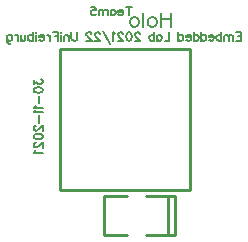
<source format=gbo>
G04 Layer: BottomSilkLayer*
G04 EasyEDA v6.4.25, 2021-12-07T19:09:17+01:00*
G04 af510f2a62b747d9ba719f6df8b66caf,db93e8822c7348a7aec6f6efa12e507d,10*
G04 Gerber Generator version 0.2*
G04 Scale: 100 percent, Rotated: No, Reflected: No *
G04 Dimensions in millimeters *
G04 leading zeros omitted , absolute positions ,4 integer and 5 decimal *
%FSLAX45Y45*%
%MOMM*%

%ADD10C,0.2540*%
%ADD53C,0.2032*%

%LPD*%
D53*
X1422400Y-303644D02*
G01*
X1422400Y-424873D01*
X1341582Y-303644D02*
G01*
X1341582Y-424873D01*
X1422400Y-361373D02*
G01*
X1341582Y-361373D01*
X1274617Y-344055D02*
G01*
X1286164Y-349826D01*
X1297708Y-361373D01*
X1303482Y-378691D01*
X1303482Y-390235D01*
X1297708Y-407555D01*
X1286164Y-419100D01*
X1274617Y-424873D01*
X1257300Y-424873D01*
X1245755Y-419100D01*
X1234208Y-407555D01*
X1228435Y-390235D01*
X1228435Y-378691D01*
X1234208Y-361373D01*
X1245755Y-349826D01*
X1257300Y-344055D01*
X1274617Y-344055D01*
X1190335Y-303644D02*
G01*
X1190335Y-424873D01*
X1123373Y-344055D02*
G01*
X1134917Y-349826D01*
X1146464Y-361373D01*
X1152235Y-378691D01*
X1152235Y-390235D01*
X1146464Y-407555D01*
X1134917Y-419100D01*
X1123373Y-424873D01*
X1106055Y-424873D01*
X1094508Y-419100D01*
X1082964Y-407555D01*
X1077191Y-390235D01*
X1077191Y-378691D01*
X1082964Y-361373D01*
X1094508Y-349826D01*
X1106055Y-344055D01*
X1123373Y-344055D01*
X1067955Y-253306D02*
G01*
X1067955Y-326044D01*
X1092200Y-253306D02*
G01*
X1043708Y-253306D01*
X1020848Y-298335D02*
G01*
X979284Y-298335D01*
X979284Y-291406D01*
X982748Y-284479D01*
X986213Y-281015D01*
X993139Y-277553D01*
X1003531Y-277553D01*
X1010457Y-281015D01*
X1017384Y-287944D01*
X1020848Y-298335D01*
X1020848Y-305262D01*
X1017384Y-315653D01*
X1010457Y-322579D01*
X1003531Y-326044D01*
X993139Y-326044D01*
X986213Y-322579D01*
X979284Y-315653D01*
X914862Y-277553D02*
G01*
X914862Y-326044D01*
X914862Y-287944D02*
G01*
X921788Y-281015D01*
X928715Y-277553D01*
X939106Y-277553D01*
X946035Y-281015D01*
X952962Y-287944D01*
X956424Y-298335D01*
X956424Y-305262D01*
X952962Y-315653D01*
X946035Y-322579D01*
X939106Y-326044D01*
X928715Y-326044D01*
X921788Y-322579D01*
X914862Y-315653D01*
X892002Y-277553D02*
G01*
X892002Y-326044D01*
X892002Y-291406D02*
G01*
X881611Y-281015D01*
X874684Y-277553D01*
X864293Y-277553D01*
X857364Y-281015D01*
X853902Y-291406D01*
X853902Y-326044D01*
X853902Y-291406D02*
G01*
X843511Y-281015D01*
X836584Y-277553D01*
X826193Y-277553D01*
X819264Y-281015D01*
X815802Y-291406D01*
X815802Y-326044D01*
X751377Y-253306D02*
G01*
X786015Y-253306D01*
X789477Y-284479D01*
X786015Y-281015D01*
X775624Y-277553D01*
X765233Y-277553D01*
X754842Y-281015D01*
X747915Y-287944D01*
X744451Y-298335D01*
X744451Y-305262D01*
X747915Y-315653D01*
X754842Y-322579D01*
X765233Y-326044D01*
X775624Y-326044D01*
X786015Y-322579D01*
X789477Y-319115D01*
X792942Y-312188D01*
X266006Y-870526D02*
G01*
X266006Y-908626D01*
X293715Y-887844D01*
X293715Y-898235D01*
X297179Y-905164D01*
X300644Y-908626D01*
X311035Y-912091D01*
X317962Y-912091D01*
X328353Y-908626D01*
X335279Y-901700D01*
X338744Y-891308D01*
X338744Y-880917D01*
X335279Y-870526D01*
X331815Y-867064D01*
X324888Y-863600D01*
X266006Y-955733D02*
G01*
X269471Y-945342D01*
X279862Y-938415D01*
X297179Y-934951D01*
X307571Y-934951D01*
X324888Y-938415D01*
X335279Y-945342D01*
X338744Y-955733D01*
X338744Y-962660D01*
X335279Y-973051D01*
X324888Y-979977D01*
X307571Y-983442D01*
X297179Y-983442D01*
X279862Y-979977D01*
X269471Y-973051D01*
X266006Y-962660D01*
X266006Y-955733D01*
X307571Y-1006302D02*
G01*
X307571Y-1068646D01*
X279862Y-1091506D02*
G01*
X276397Y-1098435D01*
X266006Y-1108824D01*
X338744Y-1108824D01*
X279862Y-1131684D02*
G01*
X276397Y-1138613D01*
X266006Y-1149004D01*
X338744Y-1149004D01*
X307571Y-1171864D02*
G01*
X307571Y-1234208D01*
X283324Y-1260533D02*
G01*
X279862Y-1260533D01*
X272935Y-1263995D01*
X269471Y-1267460D01*
X266006Y-1274386D01*
X266006Y-1288242D01*
X269471Y-1295168D01*
X272935Y-1298633D01*
X279862Y-1302095D01*
X286788Y-1302095D01*
X293715Y-1298633D01*
X304106Y-1291704D01*
X338744Y-1257068D01*
X338744Y-1305560D01*
X266006Y-1349202D02*
G01*
X269471Y-1338811D01*
X279862Y-1331884D01*
X297179Y-1328420D01*
X307571Y-1328420D01*
X324888Y-1331884D01*
X335279Y-1338811D01*
X338744Y-1349202D01*
X338744Y-1356128D01*
X335279Y-1366520D01*
X324888Y-1373446D01*
X307571Y-1376911D01*
X297179Y-1376911D01*
X279862Y-1373446D01*
X269471Y-1366520D01*
X266006Y-1356128D01*
X266006Y-1349202D01*
X283324Y-1403235D02*
G01*
X279862Y-1403235D01*
X272935Y-1406697D01*
X269471Y-1410162D01*
X266006Y-1417088D01*
X266006Y-1430944D01*
X269471Y-1437871D01*
X272935Y-1441335D01*
X279862Y-1444797D01*
X286788Y-1444797D01*
X293715Y-1441335D01*
X304106Y-1434406D01*
X338744Y-1399771D01*
X338744Y-1448262D01*
X279862Y-1471122D02*
G01*
X276397Y-1478048D01*
X266006Y-1488439D01*
X338744Y-1488439D01*
X2019300Y-469206D02*
G01*
X2019300Y-541944D01*
X2019300Y-469206D02*
G01*
X1974273Y-469206D01*
X2019300Y-503844D02*
G01*
X1991591Y-503844D01*
X2019300Y-541944D02*
G01*
X1974273Y-541944D01*
X1951413Y-493453D02*
G01*
X1951413Y-541944D01*
X1951413Y-507306D02*
G01*
X1941022Y-496915D01*
X1934095Y-493453D01*
X1923704Y-493453D01*
X1916775Y-496915D01*
X1913313Y-507306D01*
X1913313Y-541944D01*
X1913313Y-507306D02*
G01*
X1902922Y-496915D01*
X1895995Y-493453D01*
X1885604Y-493453D01*
X1878675Y-496915D01*
X1875213Y-507306D01*
X1875213Y-541944D01*
X1852353Y-469206D02*
G01*
X1852353Y-541944D01*
X1852353Y-503844D02*
G01*
X1845424Y-496915D01*
X1838497Y-493453D01*
X1828106Y-493453D01*
X1821179Y-496915D01*
X1814253Y-503844D01*
X1810788Y-514235D01*
X1810788Y-521162D01*
X1814253Y-531553D01*
X1821179Y-538479D01*
X1828106Y-541944D01*
X1838497Y-541944D01*
X1845424Y-538479D01*
X1852353Y-531553D01*
X1787928Y-514235D02*
G01*
X1746364Y-514235D01*
X1746364Y-507306D01*
X1749828Y-500379D01*
X1753293Y-496915D01*
X1760220Y-493453D01*
X1770611Y-493453D01*
X1777537Y-496915D01*
X1784464Y-503844D01*
X1787928Y-514235D01*
X1787928Y-521162D01*
X1784464Y-531553D01*
X1777537Y-538479D01*
X1770611Y-541944D01*
X1760220Y-541944D01*
X1753293Y-538479D01*
X1746364Y-531553D01*
X1681942Y-469206D02*
G01*
X1681942Y-541944D01*
X1681942Y-503844D02*
G01*
X1688868Y-496915D01*
X1695795Y-493453D01*
X1706186Y-493453D01*
X1713115Y-496915D01*
X1720042Y-503844D01*
X1723504Y-514235D01*
X1723504Y-521162D01*
X1720042Y-531553D01*
X1713115Y-538479D01*
X1706186Y-541944D01*
X1695795Y-541944D01*
X1688868Y-538479D01*
X1681942Y-531553D01*
X1617517Y-469206D02*
G01*
X1617517Y-541944D01*
X1617517Y-503844D02*
G01*
X1624444Y-496915D01*
X1631373Y-493453D01*
X1641764Y-493453D01*
X1648691Y-496915D01*
X1655617Y-503844D01*
X1659082Y-514235D01*
X1659082Y-521162D01*
X1655617Y-531553D01*
X1648691Y-538479D01*
X1641764Y-541944D01*
X1631373Y-541944D01*
X1624444Y-538479D01*
X1617517Y-531553D01*
X1594657Y-514235D02*
G01*
X1553095Y-514235D01*
X1553095Y-507306D01*
X1556557Y-500379D01*
X1560022Y-496915D01*
X1566948Y-493453D01*
X1577339Y-493453D01*
X1584266Y-496915D01*
X1591195Y-503844D01*
X1594657Y-514235D01*
X1594657Y-521162D01*
X1591195Y-531553D01*
X1584266Y-538479D01*
X1577339Y-541944D01*
X1566948Y-541944D01*
X1560022Y-538479D01*
X1553095Y-531553D01*
X1488671Y-469206D02*
G01*
X1488671Y-541944D01*
X1488671Y-503844D02*
G01*
X1495597Y-496915D01*
X1502524Y-493453D01*
X1512915Y-493453D01*
X1519844Y-496915D01*
X1526771Y-503844D01*
X1530235Y-514235D01*
X1530235Y-521162D01*
X1526771Y-531553D01*
X1519844Y-538479D01*
X1512915Y-541944D01*
X1502524Y-541944D01*
X1495597Y-538479D01*
X1488671Y-531553D01*
X1412471Y-469206D02*
G01*
X1412471Y-541944D01*
X1412471Y-541944D02*
G01*
X1370906Y-541944D01*
X1306484Y-493453D02*
G01*
X1306484Y-541944D01*
X1306484Y-503844D02*
G01*
X1313411Y-496915D01*
X1320337Y-493453D01*
X1330728Y-493453D01*
X1337655Y-496915D01*
X1344584Y-503844D01*
X1348046Y-514235D01*
X1348046Y-521162D01*
X1344584Y-531553D01*
X1337655Y-538479D01*
X1330728Y-541944D01*
X1320337Y-541944D01*
X1313411Y-538479D01*
X1306484Y-531553D01*
X1283624Y-469206D02*
G01*
X1283624Y-541944D01*
X1283624Y-503844D02*
G01*
X1276695Y-496915D01*
X1269768Y-493453D01*
X1259377Y-493453D01*
X1252451Y-496915D01*
X1245524Y-503844D01*
X1242060Y-514235D01*
X1242060Y-521162D01*
X1245524Y-531553D01*
X1252451Y-538479D01*
X1259377Y-541944D01*
X1269768Y-541944D01*
X1276695Y-538479D01*
X1283624Y-531553D01*
X1162395Y-486524D02*
G01*
X1162395Y-483062D01*
X1158933Y-476135D01*
X1155468Y-472671D01*
X1148542Y-469206D01*
X1134686Y-469206D01*
X1127760Y-472671D01*
X1124295Y-476135D01*
X1120833Y-483062D01*
X1120833Y-489988D01*
X1124295Y-496915D01*
X1131224Y-507306D01*
X1165860Y-541944D01*
X1117368Y-541944D01*
X1073726Y-469206D02*
G01*
X1084117Y-472671D01*
X1091044Y-483062D01*
X1094508Y-500379D01*
X1094508Y-510771D01*
X1091044Y-528088D01*
X1084117Y-538479D01*
X1073726Y-541944D01*
X1066800Y-541944D01*
X1056408Y-538479D01*
X1049482Y-528088D01*
X1046017Y-510771D01*
X1046017Y-500379D01*
X1049482Y-483062D01*
X1056408Y-472671D01*
X1066800Y-469206D01*
X1073726Y-469206D01*
X1019695Y-486524D02*
G01*
X1019695Y-483062D01*
X1016231Y-476135D01*
X1012766Y-472671D01*
X1005839Y-469206D01*
X991984Y-469206D01*
X985057Y-472671D01*
X981595Y-476135D01*
X978131Y-483062D01*
X978131Y-489988D01*
X981595Y-496915D01*
X988522Y-507306D01*
X1023157Y-541944D01*
X974666Y-541944D01*
X951806Y-483062D02*
G01*
X944879Y-479597D01*
X934488Y-469206D01*
X934488Y-541944D01*
X849284Y-455353D02*
G01*
X911628Y-566188D01*
X822960Y-486524D02*
G01*
X822960Y-483062D01*
X819495Y-476135D01*
X816033Y-472671D01*
X809104Y-469206D01*
X795251Y-469206D01*
X788324Y-472671D01*
X784860Y-476135D01*
X781395Y-483062D01*
X781395Y-489988D01*
X784860Y-496915D01*
X791786Y-507306D01*
X826424Y-541944D01*
X777933Y-541944D01*
X751608Y-486524D02*
G01*
X751608Y-483062D01*
X748144Y-476135D01*
X744682Y-472671D01*
X737755Y-469206D01*
X723900Y-469206D01*
X716973Y-472671D01*
X713508Y-476135D01*
X710044Y-483062D01*
X710044Y-489988D01*
X713508Y-496915D01*
X720435Y-507306D01*
X755073Y-541944D01*
X706582Y-541944D01*
X630382Y-469206D02*
G01*
X630382Y-521162D01*
X626917Y-531553D01*
X619991Y-538479D01*
X609600Y-541944D01*
X602673Y-541944D01*
X592282Y-538479D01*
X585355Y-531553D01*
X581891Y-521162D01*
X581891Y-469206D01*
X559031Y-493453D02*
G01*
X559031Y-541944D01*
X559031Y-507306D02*
G01*
X548639Y-496915D01*
X541713Y-493453D01*
X531322Y-493453D01*
X524395Y-496915D01*
X520931Y-507306D01*
X520931Y-541944D01*
X498071Y-469206D02*
G01*
X494606Y-472671D01*
X491144Y-469206D01*
X494606Y-465744D01*
X498071Y-469206D01*
X494606Y-493453D02*
G01*
X494606Y-541944D01*
X468284Y-469206D02*
G01*
X468284Y-541944D01*
X468284Y-469206D02*
G01*
X423255Y-469206D01*
X468284Y-503844D02*
G01*
X440575Y-503844D01*
X400395Y-493453D02*
G01*
X400395Y-541944D01*
X400395Y-514235D02*
G01*
X396933Y-503844D01*
X390004Y-496915D01*
X383077Y-493453D01*
X372686Y-493453D01*
X349826Y-514235D02*
G01*
X308264Y-514235D01*
X308264Y-507306D01*
X311726Y-500379D01*
X315191Y-496915D01*
X322117Y-493453D01*
X332508Y-493453D01*
X339435Y-496915D01*
X346364Y-503844D01*
X349826Y-514235D01*
X349826Y-521162D01*
X346364Y-531553D01*
X339435Y-538479D01*
X332508Y-541944D01*
X322117Y-541944D01*
X315191Y-538479D01*
X308264Y-531553D01*
X285404Y-469206D02*
G01*
X281939Y-472671D01*
X278475Y-469206D01*
X281939Y-465744D01*
X285404Y-469206D01*
X281939Y-493453D02*
G01*
X281939Y-541944D01*
X255615Y-469206D02*
G01*
X255615Y-541944D01*
X255615Y-503844D02*
G01*
X248688Y-496915D01*
X241762Y-493453D01*
X231371Y-493453D01*
X224444Y-496915D01*
X217515Y-503844D01*
X214053Y-514235D01*
X214053Y-521162D01*
X217515Y-531553D01*
X224444Y-538479D01*
X231371Y-541944D01*
X241762Y-541944D01*
X248688Y-538479D01*
X255615Y-531553D01*
X191193Y-493453D02*
G01*
X191193Y-528088D01*
X187728Y-538479D01*
X180802Y-541944D01*
X170411Y-541944D01*
X163484Y-538479D01*
X153093Y-528088D01*
X153093Y-493453D02*
G01*
X153093Y-541944D01*
X130233Y-493453D02*
G01*
X130233Y-541944D01*
X130233Y-514235D02*
G01*
X126768Y-503844D01*
X119842Y-496915D01*
X112915Y-493453D01*
X102524Y-493453D01*
X38100Y-493453D02*
G01*
X38100Y-548871D01*
X41564Y-559262D01*
X45026Y-562724D01*
X51955Y-566188D01*
X62344Y-566188D01*
X69273Y-562724D01*
X38100Y-503844D02*
G01*
X45026Y-496915D01*
X51955Y-493453D01*
X62344Y-493453D01*
X69273Y-496915D01*
X76200Y-503844D01*
X79664Y-514235D01*
X79664Y-521162D01*
X76200Y-531553D01*
X69273Y-538479D01*
X62344Y-541944D01*
X51955Y-541944D01*
X45026Y-538479D01*
X38100Y-531553D01*
D10*
X1050289Y-1854301D02*
G01*
X857605Y-1854301D01*
X857605Y-2184298D01*
X1050289Y-2184298D01*
X1210310Y-2184298D02*
G01*
X1402994Y-2184298D01*
X1402994Y-1854301D01*
X1456334Y-1854301D01*
X1456334Y-2184298D01*
X1402994Y-2184298D01*
X1210310Y-1854301D02*
G01*
X1402994Y-1854301D01*
X482600Y-609600D02*
G01*
X482600Y-1804593D01*
X1582597Y-1804593D01*
X1582597Y-609600D01*
X482600Y-609600D01*
M02*

</source>
